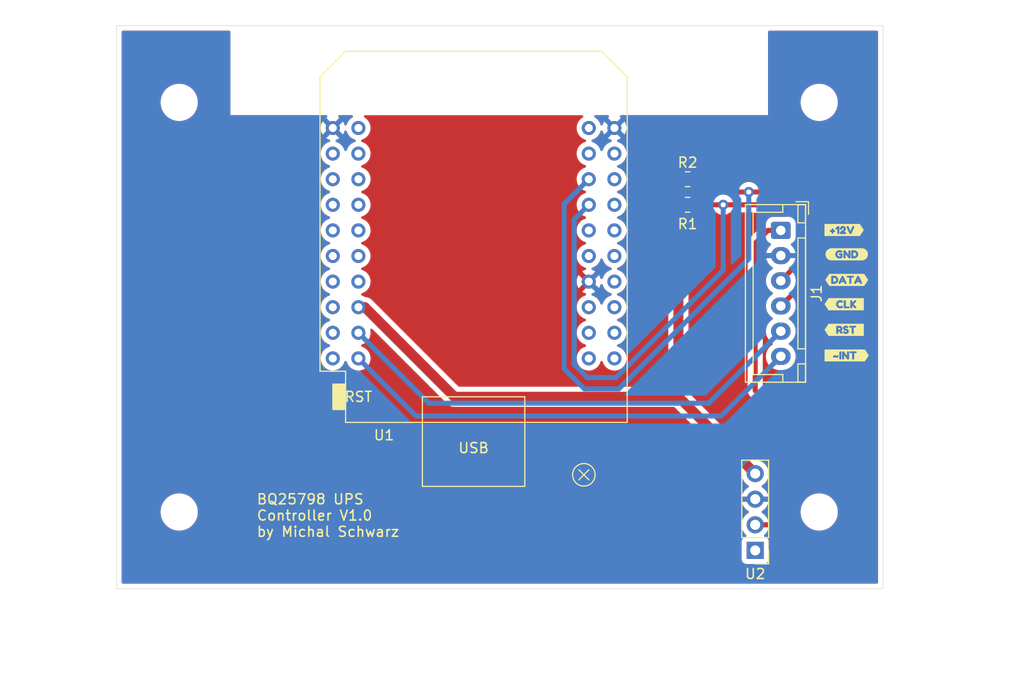
<source format=kicad_pcb>
(kicad_pcb (version 20240108) (generator "pcbnew") (generator_version "8.0")
  (layers (0 "F.Cu" signal) (31 "B.Cu" signal) (34 "B.Paste" user) (35 "F.Paste" user) (36 "B.SilkS" user "B.Silkscreen") (37 "F.SilkS" user "F.Silkscreen") (38 "B.Mask" user) (39 "F.Mask" user) (44 "Edge.Cuts" user))
  (net 0 "")
  (net 1 "GND")
  (net 2 "/I2C_SCL")
  (net 3 "/I2C_SDA")
  (net 5 "/PWR_IN")
  (net 6 "/~RST")
  (net 7 "/~INT")
  (net 8 "3V3")
  (footprint "kibuzzard-6810F0D5" (layer "F.Cu") (at 185.356516 103.846)
    (property "Reference" "kibuzzard-6810F0D5" (hide yes))
    (property "Value" "G***" (hide yes))
    (fp_poly (pts (xy -0.582864 -0.023462) (xy -0.45697 -0.023462) (xy -0.402035 -0.044063) (xy -0.375711 -0.10701) (xy -0.400318 -0.166524) (xy -0.459259 -0.190558) (xy -0.582864 -0.190558) (xy -0.582864 -0.023462)) (fill solid) (layer "F.SilkS"))
    (fp_poly (pts (xy -1.358139 -0.603338) (xy -1.548887 -0.603338) (xy -1.951113 0) (xy -1.548887 0.603338) (xy -1.358139 0.603338) (xy -0.289874 0.603338) (xy -0.289874 0.404006) (xy -0.353966 0.350787) (xy -0.476427 0.184835) (xy -0.582864 0.184835) (xy -0.582864 0.295851) (xy -0.584581 0.335336) (xy -0.595454 0.366237) (xy -0.6275 0.391989) (xy -0.688158 0.4) (xy -0.747671 0.391989) (xy -0.779717 0.365665) (xy -0.79059 0.334192) (xy -0.792306 0.294707) (xy -0.792306 -0.295851) (xy -0.79059 -0.334192) (xy -0.779717 -0.365665) (xy -0.747671 -0.391989) (xy -0.687013 -0.4) (xy -0.45697 -0.4) (xy -0.410475 -0.395422) (xy -0.36255 -0.381688) (xy -0.314767 -0.359371) (xy -0.268701 -0.329041) (xy -0.227643 -0.288555) (xy -0.194882 -0.235765) (xy -0.173422 -0.17382) (xy -0.166269 -0.105866) (xy -0.17746 -0.020156) (xy -0.211032 0.053855) (xy -0.266985 0.116166) (xy -0.184581 0.226037) (xy -0.15368 0.305007) (xy -0.208615 0.372532) (xy -0.289874 0.404006) (xy -0.289874 0.603338) (xy 0.169067 0.603338) (xy 0.169067 0.412589) (xy 0.104975 0.407439) (xy 0.051184 0.39485) (xy 0.007121 0.375966) (xy -0.028358 0.35422) (xy -0.055826 0.331903) (xy -0.075854 0.311874) (xy -0.088444 0.295851) (xy -0.095311 0.28784) (xy -0.123923 0.213448) (xy -0.075854 0.1402) (xy -0.028294 0.11375) (xy 0.0213 0.12138) (xy 0.07293 0.16309) (xy 0.119282 0.204864) (xy 0.164489 0.215737) (xy 0.232014 0.199142) (xy 0.252615 0.145923) (xy 0.222858 0.110443) (xy 0.133015 0.083548) (xy 0.078509 0.068813) (xy 0.035161 0.053219) (xy -0.02893 0.016595) (xy -0.07471 -0.032618) (xy -0.102178 -0.094421) (xy -0.111334 -0.168813) (xy -0.102814 -0.235002) (xy -0.077253 -0.293181) (xy -0.034653 -0.343348) (xy 0.020919 -0.381815) (xy 0.085392 -0.404896) (xy 0.158766 -0.412589) (xy 0.245112 -0.404959) (xy 0.317978 -0.38207) (xy 0.377364 -0.34392) (xy 0.418566 -0.284979) (xy 0.391098 -0.214592) (xy 0.323573 -0.159084) (xy 0.246892 -0.180258) (xy 0.233731 -0.19113) (xy 0.217708 -0.204292) (xy 0.19539 -0.212876) (xy 0.157622 -0.216881) (xy 0.115276 -0.202575) (xy 0.096964 -0.167668) (xy 0.116993 -0.130472) (xy 0.1622 -0.110443) (xy 0.232014 -0.096137) (xy 0.305261 -0.078398) (xy 0.370068 -0.048641) (xy 0.420283 -0.00515) (xy 0.452472 0.056938) (xy 0.463201 0.142489) (xy 0.458337 0.197139) (xy 0.443745 0.246638) (xy 0.39396 0.323891) (xy 0.323573 0.374821) (xy 0.245176 0.404006) (xy 0.169067 0.412589) (xy 0.169067 0.603338) (xy 0.844317 0.603338) (xy 0.844317 0.401144) (xy 0.785376 0.393133) (xy 0.754475 0.367382) (xy 0.744174 0.336481) (xy 0.742457 0.29814) (xy 0.742457 -0.224893) (xy 0.583373 -0.224893) (xy 0.550755 -0.226609) (xy 0.525004 -0.235765) (xy 0.503259 -0.262661) (xy 0.496392 -0.314163) (xy 0.503259 -0.363948) (xy 0.525576 -0.390272) (xy 0.5519 -0.399428) (xy 0.584518 -0.401144) (xy 1.10755 -0.401144) (xy 1.140168 -0.399428) (xy 1.16592 -0.390272) (xy 1.187665 -0.363376) (xy 1.194532 -0.313019) (xy 1.187665 -0.262661) (xy 1.165347 -0.235765) (xy 1.139024 -0.226609) (xy 1.106406 -0.224893) (xy 0.948466 -0.224893) (xy 0.948466 0.299285) (xy 0.946749 0.337625) (xy 0.935877 0.367954) (xy 0.903831 0.393133) (xy 0.844317 0.401144) (xy 0.844317 0.603338) (xy 1.760364 0.603338) (xy 1.951113 0.603338) (xy 1.951113 -0.603338) (xy 1.760364 -0.603338) (xy -1.358139 -0.603338)) (fill solid) (layer "F.SilkS"))
  )
  (footprint "MountingHole:MountingHole_3.2mm_M3" (layer "F.Cu") (at 182.88 81.28)
    (property "Reference" "H2" (hide yes))
    (property "Value" "MountingHole")
    (pad "" np_thru_hole circle (at 0 0) (size 3.2 3.2) (drill 3.2) (layers "F&B.Cu" "*.Mask"))
  )
  (footprint "kibuzzard-6810F0BF" (layer "F.Cu") (at 185.610516 96.353)
    (property "Reference" "kibuzzard-6810F0BF" (hide yes))
    (property "Value" "G***" (hide yes))
    (fp_poly (pts (xy 0.649499 0.19113) (xy 0.742203 0.19113) (xy 0.814592 0.177253) (xy 0.876109 0.135622) (xy 0.918169 0.074249) (xy 0.932189 0.001144) (xy 0.918169 -0.072103) (xy 0.876109 -0.133906) (xy 0.814306 -0.175966) (xy 0.741059 -0.189986) (xy 0.649499 -0.189986) (xy 0.649499 0.19113)) (fill solid) (layer "F.SilkS"))
    (fp_poly (pts (xy -1.309251 -0.60391) (xy -1.5 -0.60391) (xy -1.559194 -0.601002) (xy -1.617817 -0.592306) (xy -1.675306 -0.577906) (xy -1.731106 -0.55794) (xy -1.784681 -0.532601) (xy -1.835515 -0.502133) (xy -1.883117 -0.466829) (xy -1.927029 -0.427029) (xy -1.966829 -0.383117) (xy -2.002133 -0.335515) (xy -2.032601 -0.284681) (xy -2.05794 -0.231106) (xy -2.077906 -0.175306) (xy -2.092306 -0.117817) (xy -2.101002 -0.059194) (xy -2.10391 0) (xy -2.101002 0.059194) (xy -2.092306 0.117817) (xy -2.077906 0.175306) (xy -2.05794 0.231106) (xy -2.032601 0.284681) (xy -2.002133 0.335515) (xy -1.966829 0.383117) (xy -1.927029 0.427029) (xy -1.883117 0.466829) (xy -1.835515 0.502133) (xy -1.784681 0.532601) (xy -1.731106 0.55794) (xy -1.675306 0.577906) (xy -1.617817 0.592306) (xy -1.559194 0.601002) (xy -1.5 0.60391) (xy -1.309251 0.60391) (xy -0.73877 0.60391) (xy -0.73877 0.413162) (xy -0.818312 0.405365) (xy -0.892132 0.381974) (xy -0.960229 0.34299) (xy -1.022604 0.288412) (xy -1.074678 0.222961) (xy -1.111874 0.151359) (xy -1.134192 0.073605) (xy -1.141631 -0.0103) (xy -1.134084 -0.090308) (xy -1.111445 -0.164378) (xy -1.073712 -0.232511) (xy -1.020887 -0.294707) (xy -0.957475 -0.346531) (xy -0.887983 -0.383548) (xy -0.812411 -0.405758) (xy -0.730758 -0.413162) (xy -0.671388 -0.409013) (xy -0.607725 -0.396567) (xy -0.547496 -0.376681) (xy -0.498426 -0.350215) (xy -0.466381 -0.327325) (xy -0.445207 -0.30329) (xy -0.434335 -0.2701) (xy -0.460658 -0.206009) (xy -0.503004 -0.160515) (xy -0.545351 -0.145351) (xy -0.607153 -0.171674) (xy -0.665808 -0.195708) (xy -0.736481 -0.20372) (xy -0.811731 -0.189557) (xy -0.874964 -0.147067) (xy -0.917883 -0.083977) (xy -0.932189 -0.008011) (xy -0.91731 0.070386) (xy -0.872675 0.138484) (xy -0.808298 0.185694) (xy -0.734192 0.201431) (xy -0.668383 0.197711) (xy -0.619742 0.186552) (xy -0.619742 0.088126) (xy -0.704435 0.088126) (xy -0.735336 0.086409) (xy -0.759371 0.077253) (xy -0.778827 0.050358) (xy -0.784549 -0.001144) (xy -0.778255 -0.051502) (xy -0.757082 -0.078398) (xy -0.731903 -0.087554) (xy -0.701001 -0.08927) (xy -0.500715 -0.08927) (xy -0.456652 -0.081259) (xy -0.429757 -0.066381) (xy -0.416023 -0.043491) (xy -0.410873 -0.018312) (xy -0.4103 0.0103) (xy -0.4103 0.244921) (xy -0.437768 0.31073) (xy -0.4701 0.34206) (xy -0.51216 0.368526) (xy -0.575489 0.393324) (xy -0.651025 0.408202) (xy -0.73877 0.413162) (xy -0.73877 0.60391) (xy -0.223748 0.60391) (xy -0.223748 0.401717) (xy -0.28269 0.393705) (xy -0.313591 0.367954) (xy -0.324464 0.336481) (xy -0.326753 0.296423) (xy -0.326753 -0.297568) (xy -0.324464 -0.335908) (xy -0.313019 -0.366237) (xy -0.281545 -0.390844) (xy -0.221459 -0.398283) (xy -0.169385 -0.391416) (xy -0.1402 -0.37711) (xy -0.119599 -0.353648) (xy 0.166524 0.030901) (xy 0.166524 -0.297568) (xy 0.168813 -0.335336) (xy 0.180258 -0.365665) (xy 0.212303 -0.390272) (xy 0.271817 -0.398283) (xy 0.33133 -0.390272) (xy 0.363376 -0.363948) (xy 0.374249 -0.332475) (xy 0.375966 -0.29299) (xy 0.375966 0.297568) (xy 0.374249 0.337053) (xy 0.363376 0.367954) (xy 0.33133 0.393705) (xy 0.270672 0.401717) (xy 0.211731 0.395422) (xy 0.177969 0.370815) (xy -0.118455 -0.020601) (xy -0.118455 0.297568) (xy -0.120172 0.337053) (xy -0.131044 0.367954) (xy -0.16309 0.393705) (xy -0.223748 0.401717) (xy -0.223748 0.60391) (xy 0.544206 0.60391) (xy 0.544206 0.400572) (xy 0.486409 0.392561) (xy 0.454936 0.367954) (xy 0.442918 0.335908) (xy 0.440057 0.295279) (xy 0.440057 -0.296423) (xy 0.441774 -0.334764) (xy 0.452647 -0.366237) (xy 0.484692 -0.391989) (xy 0.545351 -0.399428) (xy 0.742203 -0.399428) (xy 0.821173 -0.392132) (xy 0.894421 -0.370243) (xy 0.961946 -0.333763) (xy 1.023748 -0.28269) (xy 1.075322 -0.221459) (xy 1.11216 -0.154506) (xy 1.134263 -0.081831) (xy 1.141631 -0.003433) (xy 1.134263 0.077074) (xy 1.11216 0.151502) (xy 1.075322 0.21985) (xy 1.023748 0.282117) (xy 0.961731 0.333941) (xy 0.893562 0.370959) (xy 0.819242 0.393169) (xy 0.73877 0.400572) (xy 0.544206 0.400572) (xy 0.544206 0.60391) (xy 1.309251 0.60391) (xy 1.5 0.60391) (xy 1.559194 0.601002) (xy 1.617817 0.592306) (xy 1.675306 0.577906) (xy 1.731106 0.55794) (xy 1.784681 0.532601) (xy 1.835515 0.502133) (xy 1.883117 0.466829) (xy 1.927029 0.427029) (xy 1.966829 0.383117) (xy 2.002133 0.335515) (xy 2.032601 0.284681) (xy 2.05794 0.231106) (xy 2.077906 0.175306) (xy 2.092306 0.117817) (xy 2.101002 0.059194) (xy 2.10391 0) (xy 2.101002 -0.059194) (xy 2.092306 -0.117817) (xy 2.077906 -0.175306) (xy 2.05794 -0.231106) (xy 2.032601 -0.284681) (xy 2.002133 -0.335515) (xy 1.966829 -0.383117) (xy 1.927029 -0.427029) (xy 1.883117 -0.466829) (xy 1.835515 -0.502133) (xy 1.784681 -0.532601) (xy 1.731106 -0.55794) (xy 1.675306 -0.577906) (xy 1.617817 -0.592306) (xy 1.559194 -0.601002) (xy 1.5 -0.60391) (xy 1.309251 -0.60391) (xy -1.309251 -0.60391)) (fill solid) (layer "F.SilkS"))
  )
  (footprint "kibuzzard-6810F062" (layer "F.Cu") (at 185.610516 106.386)
    (property "Reference" "kibuzzard-6810F062" (hide yes))
    (property "Value" "G***" (hide yes))
    (fp_poly (pts (xy -2.006549 -0.591893) (xy -2.197298 -0.591893) (xy -2.197298 0.591893) (xy -2.006549 0.591893) (xy -1.266253 0.591893) (xy -1.266253 0.232904) (xy -1.3292 0.204292) (xy -1.376125 0.146495) (xy -1.355524 0.085265) (xy -1.350374 0.077825) (xy -1.340645 0.065236) (xy -1.328056 0.05093) (xy -1.311461 0.034335) (xy -1.29086 0.01774) (xy -1.265109 0.002289) (xy -1.235924 -0.0103) (xy -1.20159 -0.019456) (xy -1.163249 -0.022318) (xy -1.086568 -0.005722) (xy -1.03621 0.026896) (xy -1.006454 0.042918) (xy -0.981275 0.032618) (xy -0.96468 0.0103) (xy -0.944079 -0.012017) (xy -0.909172 -0.022318) (xy -0.853092 -0.000572) (xy -0.81189 0.035479) (xy -0.798156 0.070386) (xy -0.815896 0.123462) (xy -0.869115 0.177396) (xy -0.939787 0.218169) (xy -1.009887 0.23176) (xy -1.08714 0.215165) (xy -1.139215 0.181974) (xy -1.170116 0.165379) (xy -1.19415 0.17568) (xy -1.210746 0.199142) (xy -1.230774 0.222604) (xy -1.266253 0.232904) (xy -1.266253 0.591893) (xy -0.633349 0.591893) (xy -0.633349 0.401144) (xy -0.692863 0.393133) (xy -0.724909 0.36681) (xy -0.735781 0.335336) (xy -0.737498 0.295851) (xy -0.737498 -0.295851) (xy -0.735781 -0.334192) (xy -0.724909 -0.365665) (xy -0.692863 -0.391989) (xy -0.632205 -0.4) (xy -0.572691 -0.391989) (xy -0.540645 -0.365665) (xy -0.529773 -0.334192) (xy -0.528056 -0.294707) (xy -0.528056 0.296996) (xy -0.529773 0.336481) (xy -0.540645 0.367382) (xy -0.572691 0.393133) (xy -0.633349 0.401144) (xy -0.633349 0.591893) (xy -0.36096 0.591893) (xy -0.36096 0.401144) (xy -0.419901 0.393133) (xy -0.450803 0.367382) (xy -0.461675 0.335908) (xy -0.463964 0.295851) (xy -0.463964 -0.29814) (xy -0.461675 -0.336481) (xy -0.45023 -0.36681) (xy -0.418757 -0.391416) (xy -0.358671 -0.398856) (xy -0.306597 -0.391989) (xy -0.277412 -0.377682) (xy -0.256811 -0.35422) (xy 0.029312 0.030329) (xy 0.029312 -0.29814) (xy 0.031601 -0.335908) (xy 0.043046 -0.366237) (xy 0.075091 -0.390844) (xy 0.134605 -0.398856) (xy 0.194119 -0.390844) (xy 0.226164 -0.364521) (xy 0.237037 -0.333047) (xy 0.238754 -0.293562) (xy 0.238754 0.296996) (xy 0.237037 0.336481) (xy 0.226164 0.367382) (xy 0.194119 0.393133) (xy 0.13346 0.401144) (xy 0.074519 0.39485) (xy 0.040757 0.370243) (xy -0.255667 -0.021173) (xy -0.255667 0.296996) (xy -0.257384 0.336481) (xy -0.268256 0.367382) (xy -0.300302 0.393133) (xy -0.36096 0.401144) (xy -0.36096 0.591893) (xy 0.635893 0.591893) (xy 0.635893 0.401144) (xy 0.576951 0.393133) (xy 0.54605 0.367382) (xy 0.535749 0.336481) (xy 0.534033 0.29814) (xy 0.534033 -0.224893) (xy 0.374948 -0.224893) (xy 0.34233 -0.226609) (xy 0.316579 -0.235765) (xy 0.294834 -0.262661) (xy 0.287967 -0.314163) (xy 0.294834 -0.363948) (xy 0.317151 -0.390272) (xy 0.343475 -0.399428) (xy 0.376093 -0.401144) (xy 0.899126 -0.401144) (xy 0.931744 -0.399428) (xy 0.957495 -0.390272) (xy 0.97924 -0.363376) (xy 0.986107 -0.313019) (xy 0.97924 -0.262661) (xy 0.956923 -0.235765) (xy 0.930599 -0.226609) (xy 0.897981 -0.224893) (xy 0.740041 -0.224893) (xy 0.740041 0.299285) (xy 0.738325 0.337625) (xy 0.727452 0.367954) (xy 0.695406 0.393133) (xy 0.635893 0.401144) (xy 0.635893 0.591893) (xy 1.611954 0.591893) (xy 1.802702 0.591893) (xy 2.197298 0) (xy 1.802702 -0.591893) (xy 1.611954 -0.591893) (xy -2.006549 -0.591893)) (fill solid) (layer "F.SilkS"))
  )
  (footprint "Resistor_SMD:R_0805_2012Metric" (layer "F.Cu") (at 169.8225 91.44)
    (property "Reference" "R1" (at 0 1.905 0) (layer "F.SilkS"))
    (property "Value" "2k2")
    (fp_line (start -0.227064 -0.735) (end 0.227064 -0.735) (stroke (width 0.12)) (layer "F.SilkS"))
    (fp_line (start -0.227064 0.735) (end 0.227064 0.735) (stroke (width 0.12)) (layer "F.SilkS"))
    (pad "1" smd roundrect (at -0.9125 0) (size 1.025 1.4) (layers "F.Cu" "F.Paste" "F.Mask") (roundrect_rratio 0.243902) (net 8 "3V3"))
    (pad "2" smd roundrect (at 0.9125 0) (size 1.025 1.4) (layers "F.Cu" "F.Paste" "F.Mask") (roundrect_rratio 0.243902) (net 3 "/I2C_SDA"))
  )
  (footprint "MountingHole:MountingHole_3.2mm_M3" (layer "F.Cu") (at 119.38 121.92)
    (property "Reference" "H3" (hide yes))
    (property "Value" "MountingHole")
    (pad "" np_thru_hole circle (at 0 0) (size 3.2 3.2) (drill 3.2) (layers "F&B.Cu" "*.Mask"))
  )
  (footprint "Resistor_SMD:R_0805_2012Metric" (layer "F.Cu") (at 169.8225 88.9)
    (property "Reference" "R2" (at 0 -1.65 0) (layer "F.SilkS"))
    (property "Value" "2k2")
    (fp_line (start -0.227064 -0.735) (end 0.227064 -0.735) (stroke (width 0.12)) (layer "F.SilkS"))
    (fp_line (start -0.227064 0.735) (end 0.227064 0.735) (stroke (width 0.12)) (layer "F.SilkS"))
    (pad "1" smd roundrect (at -0.9125 0) (size 1.025 1.4) (layers "F.Cu" "F.Paste" "F.Mask") (roundrect_rratio 0.243902) (net 8 "3V3"))
    (pad "2" smd roundrect (at 0.9125 0) (size 1.025 1.4) (layers "F.Cu" "F.Paste" "F.Mask") (roundrect_rratio 0.243902) (net 2 "/I2C_SCL"))
  )
  (footprint "kibuzzard-683D9CD5" (layer "F.Cu") (at 185.356516 93.94)
    (property "Reference" "kibuzzard-683D9CD5" (hide yes))
    (property "Value" "G***" (hide yes))
    (fp_poly (pts (xy -1.75941 -0.600477) (xy -1.950159 -0.600477) (xy -1.950159 0.600477) (xy -1.75941 0.600477) (xy -1.155238 0.600477) (xy -1.155238 0.369671) (xy -1.209029 0.362232) (xy -1.237641 0.338197) (xy -1.247369 0.309585) (xy -1.249086 0.274678) (xy -1.249086 0.200286) (xy -1.331489 0.200286) (xy -1.364107 0.198569) (xy -1.390431 0.188841) (xy -1.412748 0.160229) (xy -1.419615 0.105293) (xy -1.412176 0.050358) (xy -1.388142 0.021745) (xy -1.358957 0.012017) (xy -1.323478 0.0103) (xy -1.249086 0.0103) (xy -1.249086 -0.065236) (xy -1.247369 -0.100143) (xy -1.237641 -0.128183) (xy -1.209029 -0.151073) (xy -1.154093 -0.15794) (xy -1.100302 -0.150501) (xy -1.07169 -0.127039) (xy -1.061962 -0.098999) (xy -1.060245 -0.064092) (xy -1.060245 0.0103) (xy -0.984708 0.0103) (xy -0.949801 0.012017) (xy -0.921761 0.021745) (xy -0.898299 0.05093) (xy -0.89086 0.106438) (xy -0.897727 0.160229) (xy -0.920045 0.188841) (xy -0.946368 0.198569) (xy -0.978986 0.200286) (xy -1.060245 0.200286) (xy -1.060245 0.275823) (xy -1.061962 0.31073) (xy -1.07169 0.33877) (xy -1.100302 0.362232) (xy -1.155238 0.369671) (xy -1.155238 0.600477) (xy -0.578414 0.600477) (xy -0.578414 0.409728) (xy -0.658528 0.386838) (xy -0.681418 0.305579) (xy -0.681418 -0.081259) (xy -0.692863 -0.070959) (xy -0.763249 -0.037768) (xy -0.831346 -0.077825) (xy -0.866826 -0.153362) (xy -0.853664 -0.189986) (xy -0.818757 -0.228898) (xy -0.673406 -0.359371) (xy -0.655095 -0.374249) (xy -0.577269 -0.393705) (xy -0.497155 -0.370243) (xy -0.474265 -0.288412) (xy -0.474265 0.306724) (xy -0.497155 0.386838) (xy -0.578414 0.409728) (xy -0.578414 0.600477) (xy -0.320903 0.600477) (xy -0.320903 0.409728) (xy -0.39415 0.378255) (xy -0.425052 0.30329) (xy -0.414751 0.245207) (xy -0.38385 0.192275) (xy -0.344079 0.151502) (xy -0.288857 0.109299) (xy -0.228485 0.069957) (xy -0.173263 0.037768) (xy -0.123621 0.005722) (xy -0.079987 -0.03319) (xy -0.049515 -0.076109) (xy -0.039358 -0.120172) (xy -0.043364 -0.150501) (xy -0.068542 -0.180258) (xy -0.126339 -0.195708) (xy -0.193292 -0.17196) (xy -0.21561 -0.100715) (xy -0.217326 -0.064092) (xy -0.228199 -0.034907) (xy -0.260245 -0.010873) (xy -0.320903 -0.003433) (xy -0.380416 -0.011445) (xy -0.412462 -0.037768) (xy -0.423335 -0.069242) (xy -0.425052 -0.108727) (xy -0.415896 -0.181847) (xy -0.388428 -0.250135) (xy -0.342648 -0.313591) (xy -0.282117 -0.364457) (xy -0.210396 -0.394977) (xy -0.127484 -0.40515) (xy -0.048514 -0.395358) (xy 0.022063 -0.365983) (xy 0.084247 -0.317024) (xy 0.13257 -0.254077) (xy 0.161564 -0.182737) (xy 0.171229 -0.103004) (xy 0.165649 -0.045207) (xy 0.148911 0.009156) (xy 0.123017 0.057797) (xy 0.08997 0.098426) (xy 0.020156 0.158512) (xy -0.048514 0.199142) (xy 0.094548 0.199142) (xy 0.134033 0.201431) (xy 0.164934 0.212876) (xy 0.190685 0.244921) (xy 0.198697 0.305579) (xy 0.190685 0.364521) (xy 0.164362 0.395994) (xy 0.131744 0.407439) (xy 0.092259 0.409728) (xy -0.320903 0.409728) (xy -0.320903 0.600477) (xy 0.625592 0.600477) (xy 0.625592 0.406295) (xy 0.561501 0.391989) (xy 0.522588 0.34907) (xy 0.251343 -0.24721) (xy 0.239898 -0.326753) (xy 0.30399 -0.381116) (xy 0.389827 -0.398283) (xy 0.442473 -0.333047) (xy 0.623303 0.11216) (xy 0.804133 -0.333047) (xy 0.857924 -0.397711) (xy 0.942616 -0.381116) (xy 1.008425 -0.32618) (xy 0.995263 -0.24721) (xy 0.724018 0.34907) (xy 0.684533 0.390844) (xy 0.625592 0.406295) (xy 0.625592 0.600477) (xy 1.359092 0.600477) (xy 1.549841 0.600477) (xy 1.950159 0) (xy 1.549841 -0.600477) (xy 1.359092 -0.600477) (xy -1.75941 -0.600477)) (fill solid) (layer "F.SilkS"))
  )
  (footprint "Connector_JST:JST_XH_B6B-XH-A_1x06_P2.50mm_Vertical" (layer "F.Cu") (at 179.07 93.98 -90)
    (property "Reference" "J1" (at 6.25 -3.55 -90) (layer "F.SilkS"))
    (property "Value" "I2C etc.")
    (fp_line (start -2.56 3.51) (end 15.06 3.51) (stroke (width 0.12)) (layer "F.SilkS"))
    (fp_line (start 15.06 3.51) (end 15.06 -2.46) (stroke (width 0.12)) (layer "F.SilkS"))
    (fp_line (start -1.8 2.75) (end 6.25 2.75) (stroke (width 0.12)) (layer "F.SilkS"))
    (fp_line (start 14.3 2.75) (end 6.25 2.75) (stroke (width 0.12)) (layer "F.SilkS"))
    (fp_line (start -2.55 -0.2) (end -1.8 -0.2) (stroke (width 0.12)) (layer "F.SilkS"))
    (fp_line (start -1.8 -0.2) (end -1.8 2.75) (stroke (width 0.12)) (layer "F.SilkS"))
    (fp_line (start 14.3 -0.2) (end 14.3 2.75) (stroke (width 0.12)) (layer "F.SilkS"))
    (fp_line (start 15.05 -0.2) (end 14.3 -0.2) (stroke (width 0.12)) (layer "F.SilkS"))
    (fp_line (start -2.55 -1.7) (end -0.75 -1.7) (stroke (width 0.12)) (layer "F.SilkS"))
    (fp_line (start -0.75 -1.7) (end -0.75 -2.45) (stroke (width 0.12)) (layer "F.SilkS"))
    (fp_line (start 0.75 -1.7) (end 11.75 -1.7) (stroke (width 0.12)) (layer "F.SilkS"))
    (fp_line (start 11.75 -1.7) (end 11.75 -2.45) (stroke (width 0.12)) (layer "F.SilkS"))
    (fp_line (start 13.25 -1.7) (end 15.05 -1.7) (stroke (width 0.12)) (layer "F.SilkS"))
    (fp_line (start 15.05 -1.7) (end 15.05 -2.45) (stroke (width 0.12)) (layer "F.SilkS"))
    (fp_line (start -2.55 -2.45) (end -2.55 -1.7) (stroke (width 0.12)) (layer "F.SilkS"))
    (fp_line (start -0.75 -2.45) (end -2.55 -2.45) (stroke (width 0.12)) (layer "F.SilkS"))
    (fp_line (start 0.75 -2.45) (end 0.75 -1.7) (stroke (width 0.12)) (layer "F.SilkS"))
    (fp_line (start 11.75 -2.45) (end 0.75 -2.45) (stroke (width 0.12)) (layer "F.SilkS"))
    (fp_line (start 13.25 -2.45) (end 13.25 -1.7) (stroke (width 0.12)) (layer "F.SilkS"))
    (fp_line (start 15.05 -2.45) (end 13.25 -2.45) (stroke (width 0.12)) (layer "F.SilkS"))
    (fp_line (start -2.56 -2.46) (end -2.56 3.51) (stroke (width 0.12)) (layer "F.SilkS"))
    (fp_line (start 15.06 -2.46) (end -2.56 -2.46) (stroke (width 0.12)) (layer "F.SilkS"))
    (fp_line (start -2.85 -2.75) (end -2.85 -1.5) (stroke (width 0.12)) (layer "F.SilkS"))
    (fp_line (start -1.6 -2.75) (end -2.85 -2.75) (stroke (width 0.12)) (layer "F.SilkS"))
    (pad "1" thru_hole roundrect (at 0 0 270) (size 1.7 1.95) (drill 0.95) (layers "*.Cu" "*.Mask") (roundrect_rratio 0.147059) (net 5 "/PWR_IN"))
    (pad "2" thru_hole oval (at 2.5 0 270) (size 1.7 1.95) (drill 0.95) (layers "*.Cu" "*.Mask") (net 1 "GND"))
    (pad "3" thru_hole oval (at 5 0 270) (size 1.7 1.95) (drill 0.95) (layers "*.Cu" "*.Mask") (net 3 "/I2C_SDA"))
    (pad "4" thru_hole oval (at 7.5 0 270) (size 1.7 1.95) (drill 0.95) (layers "*.Cu" "*.Mask") (net 2 "/I2C_SCL"))
    (pad "5" thru_hole oval (at 10 0 270) (size 1.7 1.95) (drill 0.95) (layers "*.Cu" "*.Mask") (net 6 "/~RST"))
    (pad "6" thru_hole oval (at 12.5 0 270) (size 1.7 1.95) (drill 0.95) (layers "*.Cu" "*.Mask") (net 7 "/~INT"))
  )
  (footprint "Modules_MCU:Micro stepdown converter" (layer "F.Cu") (at 176.53 125.73 180)
    (property "Reference" "U2" (at 0 -2.33 180) (layer "F.SilkS"))
    (property "Value" "Micro step down converter")
    (fp_line (start 17.5 7) (end 16.5 8) (stroke (width 0.12)) (layer "F.SilkS"))
    (fp_line (start 16.5 7) (end 17.5 8) (stroke (width 0.12)) (layer "F.SilkS"))
    (fp_line (start 1.33 1.27) (end 1.33 8.95) (stroke (width 0.12)) (layer "F.SilkS"))
    (fp_line (start -1.33 8.95) (end 1.33 8.95) (stroke (width 0.12)) (layer "F.SilkS"))
    (fp_line (start -1.33 1.27) (end 1.33 1.27) (stroke (width 0.12)) (layer "F.SilkS"))
    (fp_line (start -1.33 1.27) (end -1.33 8.95) (stroke (width 0.12)) (layer "F.SilkS"))
    (fp_line (start -1.33 0) (end -1.33 -1.33) (stroke (width 0.12)) (layer "F.SilkS"))
    (fp_line (start -1.33 -1.33) (end 0 -1.33) (stroke (width 0.12)) (layer "F.SilkS"))
    (fp_circle (center 17 7.5) (end 18 8) (stroke (width 0.12)) (fill none) (layer "F.SilkS"))
    (pad "1" thru_hole rect (at 0 0 180) (size 1.7 1.7) (drill 1) (layers "*.Cu" "*.Mask"))
    (pad "2" thru_hole oval (at 0 2.54 180) (size 1.7 1.7) (drill 1) (layers "*.Cu" "*.Mask") (net 5 "/PWR_IN"))
    (pad "3" thru_hole oval (at 0 5.08 180) (size 1.7 1.7) (drill 1) (layers "*.Cu" "*.Mask") (net 1 "GND"))
    (pad "4" thru_hole oval (at 0 7.62 180) (size 1.7 1.7) (drill 1) (layers "*.Cu" "*.Mask") (net 8 "3V3"))
  )
  (footprint "kibuzzard-6810F0CD" (layer "F.Cu") (at 185.356516 101.306)
    (property "Reference" "kibuzzard-6810F0CD" (hide yes))
    (property "Value" "G***" (hide yes))
    (fp_poly (pts (xy -1.357376 -0.605627) (xy -1.548124 -0.605627) (xy -1.951876 0) (xy -1.548124 0.605627) (xy -1.357376 0.605627) (xy -0.390971 0.605627) (xy -0.390971 0.411445) (xy -0.439469 0.408011) (xy -0.491114 0.397711) (xy -0.545192 0.379256) (xy -0.600986 0.351359) (xy -0.654634 0.315308) (xy -0.702273 0.272389) (xy -0.743046 0.219599) (xy -0.776093 0.153934) (xy -0.797981 0.078112) (xy -0.805277 -0.00515) (xy -0.798124 -0.085265) (xy -0.776665 -0.158512) (xy -0.744047 -0.222175) (xy -0.703418 -0.273534) (xy -0.655778 -0.315308) (xy -0.60213 -0.350215) (xy -0.54605 -0.377253) (xy -0.491114 -0.395422) (xy -0.438038 -0.405722) (xy -0.387538 -0.409156) (xy -0.319377 -0.402035) (xy -0.249181 -0.380671) (xy -0.176951 -0.345064) (xy -0.14605 -0.323319) (xy -0.124877 -0.299285) (xy -0.114004 -0.26495) (xy -0.139183 -0.200858) (xy -0.182101 -0.154506) (xy -0.221586 -0.139056) (xy -0.283389 -0.165379) (xy -0.290828 -0.170529) (xy -0.300556 -0.176824) (xy -0.311429 -0.183119) (xy -0.32688 -0.188841) (xy -0.345192 -0.193419) (xy -0.368081 -0.197425) (xy -0.395549 -0.198569) (xy -0.460785 -0.187124) (xy -0.525449 -0.153362) (xy -0.576379 -0.090987) (xy -0.590971 -0.048069) (xy -0.595835 0.000572) (xy -0.587109 0.06309) (xy -0.560928 0.115594) (xy -0.523875 0.155794) (xy -0.482531 0.181402) (xy -0.395549 0.199714) (xy -0.335177 0.190272) (xy -0.277667 0.161946) (xy -0.220442 0.139056) (xy -0.181529 0.155365) (xy -0.140327 0.204292) (xy -0.115149 0.270672) (xy -0.131172 0.312446) (xy -0.178096 0.347353) (xy -0.246002 0.38296) (xy -0.316961 0.404324) (xy -0.390971 0.411445) (xy -0.390971 0.605627) (xy 0.062248 0.605627) (xy 0.062248 0.4) (xy 0.002734 0.391989) (xy -0.029312 0.365665) (xy -0.040184 0.334192) (xy -0.041901 0.294707) (xy -0.041901 -0.296996) (xy -0.040184 -0.335336) (xy -0.029312 -0.36681) (xy 0.002734 -0.393133) (xy 0.063392 -0.401144) (xy 0.122906 -0.393133) (xy 0.154952 -0.36681) (xy 0.165824 -0.335336) (xy 0.167541 -0.295851) (xy 0.167541 0.221459) (xy 0.446797 0.221459) (xy 0.479415 0.223176) (xy 0.505738 0.232332) (xy 0.528056 0.259227) (xy 0.534923 0.31073) (xy 0.528056 0.361087) (xy 0.505738 0.388555) (xy 0.478271 0.398283) (xy 0.445653 0.4) (xy 0.062248 0.4) (xy 0.062248 0.605627) (xy 1.075123 0.605627) (xy 1.075123 0.411445) (xy 1.007598 0.362232) (xy 0.807312 0.134478) (xy 0.807312 0.295851) (xy 0.805595 0.335336) (xy 0.794723 0.366237) (xy 0.762677 0.391989) (xy 0.702019 0.4) (xy 0.642505 0.391989) (xy 0.610459 0.365665) (xy 0.599587 0.334192) (xy 0.59787 0.294707) (xy 0.59787 -0.296996) (xy 0.599587 -0.335336) (xy 0.610459 -0.36681) (xy 0.642505 -0.393133) (xy 0.703163 -0.401144) (xy 0.762677 -0.393133) (xy 0.794723 -0.36681) (xy 0.805595 -0.335336) (xy 0.807312 -0.295851) (xy 0.807312 -0.137911) (xy 1.006454 -0.365665) (xy 1.077984 -0.412017) (xy 1.155238 -0.375966) (xy 1.190717 -0.336767) (xy 1.203306 -0.301574) (xy 1.165538 -0.228326) (xy 0.941218 0.000572) (xy 1.166683 0.226037) (xy 1.206168 0.302146) (xy 1.156382 0.374821) (xy 1.075123 0.411445) (xy 1.075123 0.605627) (xy 1.761127 0.605627) (xy 1.951876 0.605627) (xy 1.951876 -0.605627) (xy 1.761127 -0.605627) (xy -1.357376 -0.605627)) (fill solid) (layer "F.SilkS"))
  )
  (footprint "kibuzzard-6810EFE9" (layer "F.Cu") (at 185.610516 98.893)
    (property "Reference" "kibuzzard-6810EFE9" (hide yes))
    (property "Value" "G***" (hide yes))
    (fp_poly (pts (xy -0.416023 -0.063519) (xy -0.469814 0.047496) (xy -0.362232 0.047496) (xy -0.416023 -0.063519)) (fill solid) (layer "F.SilkS"))
    (fp_poly (pts (xy 1.130186 -0.063519) (xy 1.076395 0.047496) (xy 1.183977 0.047496) (xy 1.130186 -0.063519)) (fill solid) (layer "F.SilkS"))
    (fp_poly (pts (xy -1.330472 0.181402) (xy -1.237768 0.181402) (xy -1.165379 0.167525) (xy -1.103863 0.125894) (xy -1.061803 0.064521) (xy -1.047783 -0.008584) (xy -1.061803 -0.081831) (xy -1.103863 -0.143634) (xy -1.165665 -0.185694) (xy -1.238913 -0.199714) (xy -1.330472 -0.199714) (xy -1.330472 0.181402)) (fill solid) (layer "F.SilkS"))
    (fp_poly (pts (xy -1.539914 -0.601049) (xy -1.730663 -0.601049) (xy -2.131362 0) (xy -1.730663 0.601049) (xy -1.539914 0.601049) (xy -1.435765 0.601049) (xy -1.435765 0.390844) (xy -1.493562 0.382833) (xy -1.525036 0.358226) (xy -1.537053 0.32618) (xy -1.539914 0.285551) (xy -1.539914 -0.306152) (xy -1.538197 -0.344492) (xy -1.527325 -0.375966) (xy -1.495279 -0.401717) (xy -1.434621 -0.409156) (xy -1.237768 -0.409156) (xy -1.158798 -0.40186) (xy -1.085551 -0.379971) (xy -1.018026 -0.343491) (xy -0.956223 -0.292418) (xy -0.904649 -0.231187) (xy -0.867811 -0.164235) (xy -0.845708 -0.091559) (xy -0.83834 -0.013162) (xy -0.845708 0.067346) (xy -0.867811 0.141774) (xy -0.904649 0.210122) (xy -0.956223 0.272389) (xy -1.01824 0.324213) (xy -1.086409 0.36123) (xy -1.16073 0.383441) (xy -1.241202 0.390844) (xy -1.435765 0.390844) (xy -1.435765 0.601049) (xy -0.165379 0.601049) (xy -0.165379 0.400572) (xy -0.221459 0.334764) (xy -0.274106 0.226037) (xy -0.555651 0.226037) (xy -0.608298 0.335908) (xy -0.665522 0.399428) (xy -0.74907 0.382833) (xy -0.813162 0.327325) (xy -0.798283 0.246638) (xy -0.511016 -0.348498) (xy -0.470959 -0.392561) (xy -0.414878 -0.409156) (xy -0.359084 -0.393705) (xy -0.319886 -0.347353) (xy -0.032618 0.246638) (xy -0.017167 0.327897) (xy -0.080687 0.383977) (xy -0.165379 0.400572) (xy -0.165379 0.601049) (xy 0.356509 0.601049) (xy 0.356509 0.391989) (xy 0.297568 0.383977) (xy 0.266667 0.358226) (xy 0.256366 0.327325) (xy 0.254649 0.288984) (xy 0.254649 -0.234049) (xy 0.095565 -0.234049) (xy 0.062947 -0.235765) (xy 0.037196 -0.244921) (xy 0.015451 -0.271817) (xy 0.008584 -0.323319) (xy 0.015451 -0.373104) (xy 0.037768 -0.399428) (xy 0.064092 -0.408584) (xy 0.09671 -0.4103) (xy 0.619742 -0.4103) (xy 0.652361 -0.408584) (xy 0.678112 -0.399428) (xy 0.699857 -0.372532) (xy 0.706724 -0.322175) (xy 0.699857 -0.271817) (xy 0.677539 -0.244921) (xy 0.651216 -0.235765) (xy 0.618598 -0.234049) (xy 0.460658 -0.234049) (xy 0.460658 0.290129) (xy 0.458941 0.328469) (xy 0.448069 0.358798) (xy 0.416023 0.383977) (xy 0.356509 0.391989) (xy 0.356509 0.601049) (xy 1.38083 0.601049) (xy 1.38083 0.400572) (xy 1.32475 0.334764) (xy 1.272103 0.226037) (xy 0.990558 0.226037) (xy 0.937911 0.335908) (xy 0.880687 0.399428) (xy 0.797139 0.382833) (xy 0.733047 0.327325) (xy 0.747926 0.246638) (xy 1.035193 -0.348498) (xy 1.07525 -0.392561) (xy 1.13133 -0.409156) (xy 1.187124 -0.393705) (xy 1.226323 -0.347353) (xy 1.513591 0.246638) (xy 1.529041 0.327897) (xy 1.465522 0.383977) (xy 1.38083 0.400572) (xy 1.38083 0.601049) (xy 1.539914 0.601049) (xy 1.730663 0.601049) (xy 2.131362 0) (xy 1.730663 -0.601049) (xy 1.539914 -0.601049) (xy -1.539914 -0.601049)) (fill solid) (layer "F.SilkS"))
  )
  (footprint "MountingHole:MountingHole_3.2mm_M3" (layer "F.Cu") (at 119.38 81.28)
    (property "Reference" "H1" (hide yes))
    (property "Value" "MountingHole")
    (pad "" np_thru_hole circle (at 0 0) (size 3.2 3.2) (drill 3.2) (layers "F&B.Cu" "*.Mask"))
  )
  (footprint "MountingHole:MountingHole_3.2mm_M3" (layer "F.Cu") (at 182.88 121.92)
    (property "Reference" "H4" (hide yes))
    (property "Value" "MountingHole")
    (pad "" np_thru_hole circle (at 0 0) (size 3.2 3.2) (drill 3.2) (layers "F&B.Cu" "*.Mask"))
  )
  (footprint "Modules_MCU:ESP32_mini MH-ET-LIVE" (layer "F.Cu") (at 148.59 95.25)
    (property "Reference" "U1" (at -8.89 19.05 0) (layer "F.SilkS"))
    (property "Value" "mini_esp32 MH-ET-Live")
    (fp_line (start -15.24 -16.51) (end -15.24 12.7) (stroke (width 0.12)) (layer "F.SilkS"))
    (fp_line (start -15.24 12.7) (end -12.7 12.7) (stroke (width 0.12)) (layer "F.SilkS"))
    (fp_line (start -12.7 -19.05) (end -15.24 -16.51) (stroke (width 0.12)) (layer "F.SilkS"))
    (fp_line (start -12.7 -19.05) (end -11.43 -19.05) (stroke (width 0.12)) (layer "F.SilkS"))
    (fp_line (start -12.7 12.7) (end -12.7 17.78) (stroke (width 0.12)) (layer "F.SilkS"))
    (fp_line (start -12.7 17.78) (end 15.24 17.78) (stroke (width 0.12)) (layer "F.SilkS"))
    (fp_line (start -5.08 15.24) (end 5.08 15.24) (stroke (width 0.12)) (layer "F.SilkS"))
    (fp_line (start -5.08 17.78) (end -5.08 15.24) (stroke (width 0.12)) (layer "F.SilkS"))
    (fp_line (start -5.08 17.78) (end -5.08 24.13) (stroke (width 0.12)) (layer "F.SilkS"))
    (fp_line (start -5.08 24.13) (end 5.08 24.13) (stroke (width 0.12)) (layer "F.SilkS"))
    (fp_line (start 5.08 15.24) (end 5.08 17.78) (stroke (width 0.12)) (layer "F.SilkS"))
    (fp_line (start 5.08 24.13) (end 5.08 17.78) (stroke (width 0.12)) (layer "F.SilkS"))
    (fp_line (start 12.7 -19.05) (end -11.43 -19.05) (stroke (width 0.12)) (layer "F.SilkS"))
    (fp_line (start 12.7 -19.05) (end 15.24 -16.51) (stroke (width 0.12)) (layer "F.SilkS"))
    (fp_line (start 15.24 -16.51) (end 15.24 17.78) (stroke (width 0.12)) (layer "F.SilkS"))
    (fp_poly (pts (xy -13.97 16.51) (xy -13.97 13.97) (xy -12.7 13.97) (xy -12.7 16.51)) (stroke (width 0.1)) (fill solid) (layer "F.SilkS"))
    (fp_text user "RST" (at -11.43 15.24 0) (layer "F.SilkS"))
    (fp_text user "USB" (at 0 20.32 0) (layer "F.SilkS"))
    (pad "1" thru_hole circle (at -13.97 -11.43 270) (size 1.4 1.4) (drill 0.8) (layers "*.Cu" "*.Mask") (net 1 "GND"))
    (pad "2" thru_hole circle (at -11.43 -11.43 270) (size 1.4 1.4) (drill 0.8) (layers "*.Cu" "*.Mask"))
    (pad "3" thru_hole circle (at -13.97 -8.89 270) (size 1.4 1.4) (drill 0.8) (layers "*.Cu" "*.Mask"))
    (pad "4" thru_hole circle (at -11.43 -8.89 270) (size 1.4 1.4) (drill 0.8) (layers "*.Cu" "*.Mask"))
    (pad "5" thru_hole circle (at -13.97 -6.35 270) (size 1.4 1.4) (drill 0.8) (layers "*.Cu" "*.Mask"))
    (pad "6" thru_hole circle (at -11.43 -6.35 270) (size 1.4 1.4) (drill 0.8) (layers "*.Cu" "*.Mask"))
    (pad "7" thru_hole circle (at -13.97 -3.81 270) (size 1.4 1.4) (drill 0.8) (layers "*.Cu" "*.Mask"))
    (pad "8" thru_hole circle (at -11.43 -3.81 270) (size 1.4 1.4) (drill 0.8) (layers "*.Cu" "*.Mask"))
    (pad "9" thru_hole circle (at -13.97 -1.27 270) (size 1.4 1.4) (drill 0.8) (layers "*.Cu" "*.Mask"))
    (pad "10" thru_hole circle (at -11.43 -1.27 270) (size 1.4 1.4) (drill 0.8) (layers "*.Cu" "*.Mask"))
    (pad "11" thru_hole circle (at -13.97 1.27 270) (size 1.4 1.4) (drill 0.8) (layers "*.Cu" "*.Mask"))
    (pad "12" thru_hole circle (at -11.43 1.27 270) (size 1.4 1.4) (drill 0.8) (layers "*.Cu" "*.Mask"))
    (pad "13" thru_hole circle (at -13.97 3.81 270) (size 1.4 1.4) (drill 0.8) (layers "*.Cu" "*.Mask"))
    (pad "14" thru_hole circle (at -11.43 3.81 270) (size 1.4 1.4) (drill 0.8) (layers "*.Cu" "*.Mask"))
    (pad "15" thru_hole circle (at -13.97 6.35 270) (size 1.4 1.4) (drill 0.8) (layers "*.Cu" "*.Mask"))
    (pad "16" thru_hole circle (at -11.43 6.35 270) (size 1.4 1.4) (drill 0.8) (layers "*.Cu" "*.Mask") (net 8 "3V3"))
    (pad "17" thru_hole circle (at -13.97 8.89 270) (size 1.4 1.4) (drill 0.8) (layers "*.Cu" "*.Mask"))
    (pad "18" thru_hole circle (at -11.43 8.89 270) (size 1.4 1.4) (drill 0.8) (layers "*.Cu" "*.Mask") (net 6 "/~RST"))
    (pad "19" thru_hole circle (at -13.97 11.43 270) (size 1.4 1.4) (drill 0.8) (layers "*.Cu" "*.Mask"))
    (pad "20" thru_hole circle (at -11.43 11.43 270) (size 1.4 1.4) (drill 0.8) (layers "*.Cu" "*.Mask") (net 7 "/~INT"))
    (pad "21" thru_hole circle (at 11.43 -11.43 270) (size 1.4 1.4) (drill 0.8) (layers "*.Cu" "*.Mask"))
    (pad "22" thru_hole circle (at 13.97 -11.43 270) (size 1.4 1.4) (drill 0.8) (layers "*.Cu" "*.Mask") (net 1 "GND"))
    (pad "23" thru_hole circle (at 11.43 -8.89 270) (size 1.4 1.4) (drill 0.8) (layers "*.Cu" "*.Mask"))
    (pad "24" thru_hole circle (at 13.97 -8.89 270) (size 1.4 1.4) (drill 0.8) (layers "*.Cu" "*.Mask"))
    (pad "25" thru_hole circle (at 11.43 -6.35 270) (size 1.4 1.4) (drill 0.8) (layers "*.Cu" "*.Mask") (net 2 "/I2C_SCL"))
    (pad "26" thru_hole circle (at 13.97 -6.35 270) (size 1.4 1.4) (drill 0.8) (layers "*.Cu" "*.Mask"))
    (pad "27" thru_hole circle (at 11.43 -3.81 270) (size 1.4 1.4) (drill 0.8) (layers "*.Cu" "*.Mask") (net 3 "/I2C_SDA"))
    (pad "28" thru_hole circle (at 13.97 -3.81 270) (size 1.4 1.4) (drill 0.8) (layers "*.Cu" "*.Mask"))
    (pad "29" thru_hole circle (at 11.43 -1.27 270) (size 1.4 1.4) (drill 0.8) (layers "*.Cu" "*.Mask"))
    (pad "30" thru_hole circle (at 13.97 -1.27 270) (size 1.4 1.4) (drill 0.8) (layers "*.Cu" "*.Mask"))
    (pad "31" thru_hole circle (at 11.43 1.27 270) (size 1.4 1.4) (drill 0.8) (layers "*.Cu" "*.Mask"))
    (pad "32" thru_hole circle (at 13.97 1.27 270) (size 1.4 1.4) (drill 0.8) (layers "*.Cu" "*.Mask"))
    (pad "33" thru_hole circle (at 11.43 3.81 270) (size 1.4 1.4) (drill 0.8) (layers "*.Cu" "*.Mask") (net 1 "GND"))
    (pad "34" thru_hole circle (at 13.97 3.81 270) (size 1.4 1.4) (drill 0.8) (layers "*.Cu" "*.Mask"))
    (pad "35" thru_hole circle (at 11.43 6.35 270) (size 1.4 1.4) (drill 0.8) (layers "*.Cu" "*.Mask"))
    (pad "36" thru_hole circle (at 13.97 6.35 270) (size 1.4 1.4) (drill 0.8) (layers "*.Cu" "*.Mask"))
    (pad "37" thru_hole circle (at 11.43 8.89 270) (size 1.4 1.4) (drill 0.8) (layers "*.Cu" "*.Mask"))
    (pad "38" thru_hole circle (at 13.97 8.89 270) (size 1.4 1.4) (drill 0.8) (layers "*.Cu" "*.Mask"))
    (pad "39" thru_hole circle (at 11.43 11.43 270) (size 1.4 1.4) (drill 0.8) (layers "*.Cu" "*.Mask"))
    (pad "40" thru_hole circle (at 13.97 11.43 270) (size 1.4 1.4) (drill 0.8) (layers "*.Cu" "*.Mask"))
  )
  (gr_rect (start 113.168458 73.669314) (end 189.217338 129.527338) (stroke (width 0.05)) (fill none) (layer "Edge.Cuts"))
  (gr_text "BQ25798 UPS\nController V1.0\nby Michal Schwarz" (at 127 124.46 0) (layer "F.SilkS") (effects (font (size 1 1) (thickness 0.15) (bold yes)) (justify left bottom)))
  (segment (start 172.005 90.17) (end 170.735 88.9) (width 0.5) (layer "F.Cu") (net 2))
  (segment (start 179.07 101.48) (end 182.88 97.67) (width 0.5) (layer "F.Cu") (net 2))
  (segment (start 179.849214 90.17) (end 172.005 90.17) (width 0.5) (layer "F.Cu") (net 2))
  (segment (start 182.88 93.200786) (end 179.849214 90.17) (width 0.5) (layer "F.Cu") (net 2))
  (segment (start 182.88 97.67) (end 182.88 93.200786) (width 0.5) (layer "F.Cu") (net 2))
  (via (at 175.895 90.17) (size 1) (drill 0.5) (layers "F.Cu" "B.Cu") (net 2))
  (segment (start 159.578069 109.702893) (end 157.569999 107.694823) (width 0.5) (layer "B.Cu") (net 2))
  (segment (start 157.569999 107.694823) (end 157.569999 91.350001) (width 0.5) (layer "B.Cu") (net 2))
  (segment (start 175.895 96.809824) (end 163.001931 109.702893) (width 0.5) (layer "B.Cu") (net 2))
  (segment (start 157.569999 91.350001) (end 160.02 88.9) (width 0.5) (layer "B.Cu") (net 2))
  (segment (start 175.895 90.17) (end 175.895 96.809824) (width 0.5) (layer "B.Cu") (net 2))
  (segment (start 163.001931 109.702893) (end 159.578069 109.702893) (width 0.5) (layer "B.Cu") (net 2))
  (segment (start 181.88 93.615) (end 179.705 91.44) (width 0.5) (layer "F.Cu") (net 3))
  (segment (start 181.88 96.17) (end 181.88 93.615) (width 0.5) (layer "F.Cu") (net 3))
  (segment (start 179.07 98.98) (end 181.88 96.17) (width 0.5) (layer "F.Cu") (net 3))
  (segment (start 179.705 91.44) (end 175.895 91.44) (width 0.5) (layer "F.Cu") (net 3))
  (segment (start 175.895 91.44) (end 170.735 91.44) (width 0.5) (layer "F.Cu") (net 3))
  (via (at 173.355 91.44) (size 1) (drill 0.5) (layers "F.Cu" "B.Cu") (net 3))
  (segment (start 162.70561 108.585) (end 173.355 97.93561) (width 0.5) (layer "B.Cu") (net 3))
  (segment (start 158.57 92.89) (end 158.57 107.28061) (width 0.5) (layer "B.Cu") (net 3))
  (segment (start 173.355 97.93561) (end 173.355 91.44) (width 0.5) (layer "B.Cu") (net 3))
  (segment (start 159.87439 108.585) (end 162.70561 108.585) (width 0.5) (layer "B.Cu") (net 3))
  (segment (start 160.02 91.44) (end 158.57 92.89) (width 0.5) (layer "B.Cu") (net 3))
  (segment (start 158.57 107.28061) (end 159.87439 108.585) (width 0.5) (layer "B.Cu") (net 3))
  (segment (start 176.53 123.19) (end 178.435 123.19) (width 0.5) (layer "F.Cu") (net 5))
  (segment (start 176.53 109.855) (end 176.53 95.25) (width 0.5) (layer "F.Cu") (net 5))
  (segment (start 179.07 112.395) (end 176.53 109.855) (width 0.5) (layer "F.Cu") (net 5))
  (segment (start 178.435 123.19) (end 179.07 122.555) (width 0.5) (layer "F.Cu") (net 5))
  (segment (start 176.53 95.25) (end 177.8 93.98) (width 0.5) (layer "F.Cu") (net 5))
  (segment (start 177.8 93.98) (end 179.07 93.98) (width 0.5) (layer "F.Cu") (net 5))
  (segment (start 179.07 122.555) (end 179.07 112.395) (width 0.5) (layer "F.Cu") (net 5))
  (segment (start 171.925 111.125) (end 144.145 111.125) (width 0.5) (layer "B.Cu") (net 6))
  (segment (start 144.145 111.125) (end 137.16 104.14) (width 0.5) (layer "B.Cu") (net 6))
  (segment (start 179.07 103.98) (end 171.925 111.125) (width 0.5) (layer "B.Cu") (net 6))
  (segment (start 173.155 112.395) (end 142.875 112.395) (width 0.5) (layer "B.Cu") (net 7))
  (segment (start 142.875 112.395) (end 137.16 106.68) (width 0.5) (layer "B.Cu") (net 7))
  (segment (start 179.07 106.48) (end 173.155 112.395) (width 0.5) (layer "B.Cu") (net 7))
  (segment (start 176.53 118.11) (end 168.91 110.49) (width 1) (layer "F.Cu") (net 8))
  (segment (start 137.795 101.6) (end 146.685 110.49) (width 1) (layer "F.Cu") (net 8))
  (segment (start 137.16 101.6) (end 137.795 101.6) (width 1) (layer "F.Cu") (net 8))
  (segment (start 146.685 110.49) (end 168.91 110.49) (width 1) (layer "F.Cu") (net 8))
  (segment (start 168.91 110.49) (end 168.91 88.9) (width 1) (layer "F.Cu") (net 8))
  (zone (net 1) (net_name "GND") (layer "F.Cu") (connect_pads (clearance 0.25)) (min_thickness 0.25) (fill yes (thermal_gap 0.5) (thermal_bridge_width 0.5))
    (polygon (pts (xy 106.68 71.12) (xy 203.2 71.12) (xy 203.2 132.08) (xy 195.58 139.7) (xy 106.68 139.7)))
  )
  (zone (net 0) (net_name "") (layers "F&B.Cu") (name "Antenna") (connect_pads (clearance 0)) (min_thickness 0.25)
    (keepout (tracks not_allowed) (vias not_allowed) (pads not_allowed) (copperpour not_allowed) (footprints allowed))
    (fill (thermal_gap 0.5) (thermal_bridge_width 0.5))
    (polygon (pts (xy 124.46 73.66) (xy 124.46 82.55) (xy 177.8 82.55) (xy 177.8 73.66)))
  )
  (zone (net 1) (net_name "GND") (layer "B.Cu") (priority 1) (connect_pads (clearance 0.5)) (min_thickness 0.25) (fill yes (thermal_gap 0.5) (thermal_bridge_width 0.5))
    (polygon (pts (xy 106.68 71.12) (xy 200.66 71.12) (xy 200.66 137.16) (xy 198.12 139.7) (xy 101.6 139.7) (xy 101.6 76.2)))
  )
)
</source>
